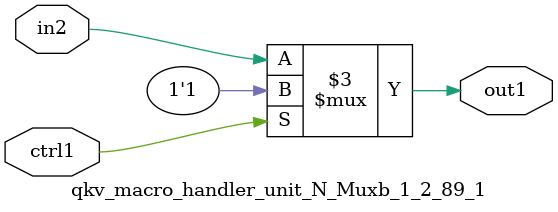
<source format=v>

`timescale 1ps / 1ps


module qkv_macro_handler_unit_N_Muxb_1_2_89_1( in2, ctrl1, out1 );

    input in2;
    input ctrl1;
    output out1;
    reg out1;

    
    // rtl_process:qkv_macro_handler_unit_N_Muxb_1_2_89_1/qkv_macro_handler_unit_N_Muxb_1_2_89_1_thread_1
    always @*
      begin : qkv_macro_handler_unit_N_Muxb_1_2_89_1_thread_1
        case (ctrl1) 
          1'b1: 
            begin
              out1 = 1'b1;
            end
          default: 
            begin
              out1 = in2;
            end
        endcase
      end

endmodule


</source>
